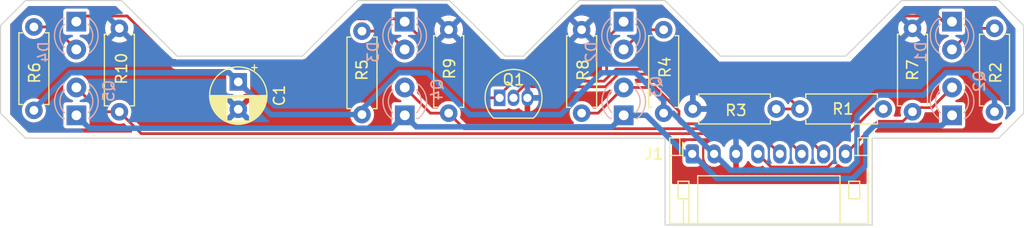
<source format=kicad_pcb>
(kicad_pcb (version 20211014) (generator pcbnew)
  (layers (0 "F.Cu" signal) (31 "B.Cu" signal) (34 "B.Paste" user) (35 "F.Paste" user) (36 "B.SilkS" user "B.Silkscreen") (37 "F.SilkS" user "F.Silkscreen") (38 "B.Mask" user) (39 "F.Mask" user) (44 "Edge.Cuts" user))
  (net 0 "")
  (net 1 "Net-(D1-Pad1)")
  (net 2 "Net-(Q1-Pad2)")
  (net 3 "GND")
  (net 4 "A3")
  (net 5 "A2")
  (net 6 "A1")
  (net 7 "A0")
  (net 8 "+BATT")
  (net 9 "Net-(D1-Pad2)")
  (net 10 "Net-(D2-Pad2)")
  (net 11 "Net-(D3-Pad2)")
  (net 12 "Net-(D4-Pad2)")
  (net 13 "D12")
  (net 14 "+3V3")
  (footprint "Resistor_THT:R_Axial_DIN0207_L6.3mm_D2.5mm_P7.62mm_Horizontal" (layer "F.Cu") (at 133.016177 74.26972 90)
    (fp_text reference "R2" (at 3.556 0.113 90) (layer "F.SilkS"))
    (fp_text value "27R" hide)
    (fp_line (start 7.08 -1.37) (end 7.08 -1.04) (layer "F.SilkS") (width 0.12))
    (fp_line (start 7.08 1.37) (end 7.08 1.04) (layer "F.SilkS") (width 0.12))
    (fp_line (start 0.54 -1.04) (end 0.54 -1.37) (layer "F.SilkS") (width 0.12))
    (fp_line (start 0.54 1.04) (end 0.54 1.37) (layer "F.SilkS") (width 0.12))
    (fp_line (start 0.54 1.37) (end 7.08 1.37) (layer "F.SilkS") (width 0.12))
    (fp_line (start 0.54 -1.37) (end 7.08 -1.37) (layer "F.SilkS") (width 0.12))
    (pad "1" thru_hole circle (at 0 0 90) (size 1.6 1.6) (drill 0.8) (layers *.Cu *.Mask) (net 8 "+BATT"))
    (pad "2" thru_hole oval (at 7.62 0 90) (size 1.6 1.6) (drill 0.8) (layers *.Cu *.Mask) (net 9 "Net-(D1-Pad2)"))
  )
  (footprint "Resistor_THT:R_Axial_DIN0207_L6.3mm_D2.5mm_P7.62mm_Horizontal" (layer "F.Cu") (at 125.523177 66.64972 -90)
    (fp_text reference "R7" (at 3.81 -0.014 90) (layer "F.SilkS"))
    (fp_text value "1.5k" hide)
    (fp_line (start 0.54 1.37) (end 7.08 1.37) (layer "F.SilkS") (width 0.12))
    (fp_line (start 0.54 -1.04) (end 0.54 -1.37) (layer "F.SilkS") (width 0.12))
    (fp_line (start 7.08 1.37) (end 7.08 1.04) (layer "F.SilkS") (width 0.12))
    (fp_line (start 7.08 -1.37) (end 7.08 -1.04) (layer "F.SilkS") (width 0.12))
    (fp_line (start 0.54 -1.37) (end 7.08 -1.37) (layer "F.SilkS") (width 0.12))
    (fp_line (start 0.54 1.04) (end 0.54 1.37) (layer "F.SilkS") (width 0.12))
    (pad "1" thru_hole circle (at 0 0 270) (size 1.6 1.6) (drill 0.8) (layers *.Cu *.Mask) (net 3 "GND"))
    (pad "2" thru_hole oval (at 7.62 0 270) (size 1.6 1.6) (drill 0.8) (layers *.Cu *.Mask) (net 4 "A3"))
  )
  (footprint "Resistor_THT:R_Axial_DIN0207_L6.3mm_D2.5mm_P7.62mm_Horizontal" (layer "F.Cu") (at 95.297177 66.77672 -90)
    (fp_text reference "R8" (at 3.683 -0.127 90) (layer "F.SilkS"))
    (fp_text value "1.5k" hide)
    (fp_line (start 0.54 -1.37) (end 7.08 -1.37) (layer "F.SilkS") (width 0.12))
    (fp_line (start 0.54 1.04) (end 0.54 1.37) (layer "F.SilkS") (width 0.12))
    (fp_line (start 7.08 -1.37) (end 7.08 -1.04) (layer "F.SilkS") (width 0.12))
    (fp_line (start 7.08 1.37) (end 7.08 1.04) (layer "F.SilkS") (width 0.12))
    (fp_line (start 0.54 1.37) (end 7.08 1.37) (layer "F.SilkS") (width 0.12))
    (fp_line (start 0.54 -1.04) (end 0.54 -1.37) (layer "F.SilkS") (width 0.12))
    (pad "1" thru_hole circle (at 0 0 270) (size 1.6 1.6) (drill 0.8) (layers *.Cu *.Mask) (net 3 "GND"))
    (pad "2" thru_hole oval (at 7.62 0 270) (size 1.6 1.6) (drill 0.8) (layers *.Cu *.Mask) (net 5 "A2"))
  )
  (footprint "Package_TO_SOT_THT:TO-92_Inline" (layer "F.Cu") (at 87.804177 72.99972)
    (fp_text reference "Q1" (at 1.27 -1.651) (layer "F.SilkS"))
    (fp_text value "BC337")
    (fp_line (start -0.53 1.85) (end 3.07 1.85) (layer "F.SilkS") (width 0.12))
    (fp_arc (start -0.568478 1.838478) (mid -1.132087 -0.994977) (end 1.27 -2.6) (layer "F.SilkS") (width 0.12))
    (fp_arc (start 1.27 -2.6) (mid 3.672087 -0.994977) (end 3.108478 1.838478) (layer "F.SilkS") (width 0.12))
    (pad "1" thru_hole rect (at 0 0) (size 1.05 1.5) (drill 0.75) (layers *.Cu *.Mask) (net 1 "Net-(D1-Pad1)"))
    (pad "2" thru_hole oval (at 1.27 0) (size 1.05 1.5) (drill 0.75) (layers *.Cu *.Mask) (net 2 "Net-(Q1-Pad2)"))
    (pad "3" thru_hole oval (at 2.54 0) (size 1.05 1.5) (drill 0.75) (layers *.Cu *.Mask) (net 3 "GND"))
  )
  (footprint "Resistor_THT:R_Axial_DIN0207_L6.3mm_D2.5mm_P7.62mm_Horizontal" (layer "F.Cu") (at 113.077177 74.01572 180)
    (fp_text reference "R3" (at 3.683 -0.127) (layer "F.SilkS"))
    (fp_text value "10k" hide)
    (fp_line (start 0.54 1.04) (end 0.54 1.37) (layer "F.SilkS") (width 0.12))
    (fp_line (start 0.54 1.37) (end 7.08 1.37) (layer "F.SilkS") (width 0.12))
    (fp_line (start 0.54 -1.37) (end 7.08 -1.37) (layer "F.SilkS") (width 0.12))
    (fp_line (start 7.08 1.37) (end 7.08 1.04) (layer "F.SilkS") (width 0.12))
    (fp_line (start 0.54 -1.04) (end 0.54 -1.37) (layer "F.SilkS") (width 0.12))
    (fp_line (start 7.08 -1.37) (end 7.08 -1.04) (layer "F.SilkS") (width 0.12))
    (pad "1" thru_hole circle (at 0 0 180) (size 1.6 1.6) (drill 0.8) (layers *.Cu *.Mask) (net 2 "Net-(Q1-Pad2)"))
    (pad "2" thru_hole oval (at 7.62 0 180) (size 1.6 1.6) (drill 0.8) (layers *.Cu *.Mask) (net 3 "GND"))
  )
  (footprint "Resistor_THT:R_Axial_DIN0207_L6.3mm_D2.5mm_P7.62mm_Horizontal" (layer "F.Cu") (at 122.856177 74.01572 180)
    (fp_text reference "R1" (at 3.683 0) (layer "F.SilkS"))
    (fp_text value "270R" hide)
    (fp_line (start 0.54 1.04) (end 0.54 1.37) (layer "F.SilkS") (width 0.12))
    (fp_line (start 7.08 1.37) (end 7.08 1.04) (layer "F.SilkS") (width 0.12))
    (fp_line (start 0.54 -1.04) (end 0.54 -1.37) (layer "F.SilkS") (width 0.12))
    (fp_line (start 0.54 1.37) (end 7.08 1.37) (layer "F.SilkS") (width 0.12))
    (fp_line (start 0.54 -1.37) (end 7.08 -1.37) (layer "F.SilkS") (width 0.12))
    (fp_line (start 7.08 -1.37) (end 7.08 -1.04) (layer "F.SilkS") (width 0.12))
    (pad "1" thru_hole circle (at 0 0 180) (size 1.6 1.6) (drill 0.8) (layers *.Cu *.Mask) (net 13 "D12"))
    (pad "2" thru_hole oval (at 7.62 0 180) (size 1.6 1.6) (drill 0.8) (layers *.Cu *.Mask) (net 2 "Net-(Q1-Pad2)"))
  )
  (footprint "Resistor_THT:R_Axial_DIN0207_L6.3mm_D2.5mm_P7.62mm_Horizontal" (layer "F.Cu") (at 83.152177 66.77672 -90)
    (fp_text reference "R9" (at 3.556 -0.08 90) (layer "F.SilkS"))
    (fp_text value "1.5k" hide)
    (fp_line (start 7.08 -1.37) (end 7.08 -1.04) (layer "F.SilkS") (width 0.12))
    (fp_line (start 7.08 1.37) (end 7.08 1.04) (layer "F.SilkS") (width 0.12))
    (fp_line (start 0.54 1.37) (end 7.08 1.37) (layer "F.SilkS") (width 0.12))
    (fp_line (start 0.54 1.04) (end 0.54 1.37) (layer "F.SilkS") (width 0.12))
    (fp_line (start 0.54 -1.04) (end 0.54 -1.37) (layer "F.SilkS") (width 0.12))
    (fp_line (start 0.54 -1.37) (end 7.08 -1.37) (layer "F.SilkS") (width 0.12))
    (pad "1" thru_hole circle (at 0 0 270) (size 1.6 1.6) (drill 0.8) (layers *.Cu *.Mask) (net 3 "GND"))
    (pad "2" thru_hole oval (at 7.62 0 270) (size 1.6 1.6) (drill 0.8) (layers *.Cu *.Mask) (net 6 "A1"))
  )
  (footprint "Connector_JST:JST_PH_S8B-PH-K_1x08_P2.00mm_Horizontal" (layer "F.Cu") (at 105.400177 78.11972)
    (fp_text reference "J1" (at -3.5 0) (layer "F.SilkS"))
    (fp_text value "Conn_01x08_Male" hide)
    (fp_line (start -0.3 4.1) (end -0.3 6.36) (layer "F.SilkS") (width 0.12))
    (fp_line (start 14.3 4.1) (end 14.3 2.5) (layer "F.SilkS") (width 0.12))
    (fp_line (start 16.06 6.36) (end 16.06 -1.46) (layer "F.SilkS") (width 0.12))
    (fp_line (start -0.3 2.5) (end -1.3 2.5) (layer "F.SilkS") (width 0.12))
    (fp_line (start 13.5 2) (end 13.5 6.36) (layer "F.SilkS") (width 0.12))
    (fp_line (start -1.14 0.14) (end -1.14 -1.46) (layer "F.SilkS") (width 0.12))
    (fp_line (start -2.06 6.36) (end 16.06 6.36) (layer "F.SilkS") (width 0.12))
    (fp_line (start -2.06 -1.46) (end -2.06 6.36) (layer "F.SilkS") (width 0.12))
    (fp_line (start -0.8 4.1) (end -0.8 6.36) (layer "F.SilkS") (width 0.12))
    (fp_line (start 14.3 2.5) (end 15.3 2.5) (layer "F.SilkS") (width 0.12))
    (fp_line (start 15.3 4.1) (end 14.3 4.1) (layer "F.SilkS") (width 0.12))
    (fp_line (start 16.06 0.14) (end 15.14 0.14) (layer "F.SilkS") (width 0.12))
    (fp_line (start 15.14 -1.46) (end 15.14 0.14) (layer "F.SilkS") (width 0.12))
    (fp_line (start -0.3 4.1) (end -0.3 2.5) (layer "F.SilkS") (width 0.12))
    (fp_line (start -0.86 0.14) (end -0.86 -1.075) (layer "F.SilkS") (width 0.12))
    (fp_line (start -1.3 4.1) (end -0.3 4.1) (layer "F.SilkS") (width 0.12))
    (fp_line (start -1.14 -1.46) (end -2.06 -1.46) (layer "F.SilkS") (width 0.12))
    (fp_line (start 16.06 -1.46) (end 15.14 -1.46) (layer "F.SilkS") (width 0.12))
    (fp_line (start -0.86 0.14) (end -1.14 0.14) (layer "F.SilkS") (width 0.12))
    (fp_line (start 15.14 0.14) (end 14.86 0.14) (layer "F.SilkS") (width 0.12))
    (fp_line (start -2.06 0.14) (end -1.14 0.14) (layer "F.SilkS") (width 0.12))
    (fp_line (start 0.5 2) (end 13.5 2) (layer "F.SilkS") (width 0.12))
    (fp_line (start 15.3 2.5) (end 15.3 4.1) (layer "F.SilkS") (width 0.12))
    (fp_line (start -1.3 2.5) (end -1.3 4.1) (layer "F.SilkS") (width 0.12))
    (fp_line (start 0.5 6.36) (end 0.5 2) (layer "F.SilkS") (width 0.12))
    (pad "1" thru_hole roundrect (at 0 0) (size 1.2 1.75) (drill 0.75) (layers *.Cu *.Mask) (roundrect_rratio 0.2083333333) (net 14 "+3V3"))
    (pad "2" thru_hole oval (at 2 0) (size 1.2 1.75) (drill 0.75) (layers *.Cu *.Mask) (net 8 "+BATT"))
    (pad "3" thru_hole oval (at 4 0) (size 1.2 1.75) (drill 0.75) (layers *.Cu *.Mask) (net 3 "GND"))
    (pad "4" thru_hole oval (at 6 0) (size 1.2 1.75) (drill 0.75) (layers *.Cu *.Mask) (net 13 "D12"))
    (pad "5" thru_hole oval (at 8 0) (size 1.2 1.75) (drill 0.75) (layers *.Cu *.Mask) (net 7 "A0"))
    (pad "6" thru_hole oval (at 10 0) (size 1.2 1.75) (drill 0.75) (layers *.Cu *.Mask) (net 6 "A1"))
    (pad "7" thru_hole oval (at 12 0) (size 1.2 1.75) (drill 0.75) (layers *.Cu *.Mask) (net 5 "A2"))
    (pad "8" thru_hole oval (at 14 0) (size 1.2 1.75) (drill 0.75) (layers *.Cu *.Mask) (net 4 "A3"))
  )
  (footprint "Resistor_THT:R_Axial_DIN0207_L6.3mm_D2.5mm_P7.62mm_Horizontal" (layer "F.Cu") (at 75.231177 74.52372 90)
    (fp_text reference "R5" (at 4.064 0 90) (layer "F.SilkS"))
    (fp_text value "27R" hide)
    (fp_line (start 0.54 1.37) (end 7.08 1.37) (layer "F.SilkS") (width 0.12))
    (fp_line (start 0.54 -1.37) (end 7.08 -1.37) (layer "F.SilkS") (width 0.12))
    (fp_line (start 7.08 1.37) (end 7.08 1.04) (layer "F.SilkS") (width 0.12))
    (fp_line (start 7.08 -1.37) (end 7.08 -1.04) (layer "F.SilkS") (width 0.12))
    (fp_line (start 0.54 -1.04) (end 0.54 -1.37) (layer "F.SilkS") (width 0.12))
    (fp_line (start 0.54 1.04) (end 0.54 1.37) (layer "F.SilkS") (width 0.12))
    (pad "1" thru_hole circle (at 0 0 90) (size 1.6 1.6) (drill 0.8) (layers *.Cu *.Mask) (net 8 "+BATT"))
    (pad "2" thru_hole oval (at 7.62 0 90) (size 1.6 1.6) (drill 0.8) (layers *.Cu *.Mask) (net 11 "Net-(D3-Pad2)"))
  )
  (footprint "Resistor_THT:R_Axial_DIN0207_L6.3mm_D2.5mm_P7.62mm_Horizontal" (layer "F.Cu") (at 53.067177 66.64972 -90)
    (fp_text reference "R10" (at 3.683 -0.193 90) (layer "F.SilkS"))
    (fp_text value "1.5k" hide)
    (fp_line (start 7.08 1.37) (end 7.08 1.04) (layer "F.SilkS") (width 0.12))
    (fp_line (start 0.54 -1.04) (end 0.54 -1.37) (layer "F.SilkS") (width 0.12))
    (fp_line (start 0.54 -1.37) (end 7.08 -1.37) (layer "F.SilkS") (width 0.12))
    (fp_line (start 0.54 1.37) (end 7.08 1.37) (layer "F.SilkS") (width 0.12))
    (fp_line (start 7.08 -1.37) (end 7.08 -1.04) (layer "F.SilkS") (width 0.12))
    (fp_line (start 0.54 1.04) (end 0.54 1.37) (layer "F.SilkS") (width 0.12))
    (pad "1" thru_hole circle (at 0 0 270) (size 1.6 1.6) (drill 0.8) (layers *.Cu *.Mask) (net 3 "GND"))
    (pad "2" thru_hole oval (at 7.62 0 270) (size 1.6 1.6) (drill 0.8) (layers *.Cu *.Mask) (net 7 "A0"))
  )
  (footprint "Capacitor_THT:CP_Radial_D5.0mm_P2.50mm" (layer "F.Cu") (at 63.928177 71.540608 -90)
    (fp_text reference "C1" (at 1.25 -3.75 90) (layer "F.SilkS"))
    (fp_text value "100uF")
    (fp_line (start -1.554775 -1.475) (end -1.054775 -1.475) (layer "F.SilkS") (width 0.12))
    (fp_line (start 3.011 -1.901) (end 3.011 -1.04) (layer "F.SilkS") (width 0.12))
    (fp_line (start 2.091 -2.442) (end 2.091 -1.04) (layer "F.SilkS") (width 0.12))
    (fp_line (start 3.291 -1.605) (end 3.291 -1.04) (layer "F.SilkS") (width 0.12))
    (fp_line (start 3.491 -1.319) (end 3.491 -1.04) (layer "F.SilkS") (width 0.12))
    (fp_line (start 2.571 1.04) (end 2.571 2.224) (layer "F.SilkS") (width 0.12))
    (fp_line (start 2.451 -2.29) (end 2.451 -1.04) (layer "F.SilkS") (width 0.12))
    (fp_line (start 3.771 -0.677) (end 3.771 0.677) (layer "F.SilkS") (width 0.12))
    (fp_line (start 2.611 -2.2) (end 2.611 -1.04) (layer "F.SilkS") (width 0.12))
    (fp_line (start 2.051 1.04) (end 2.051 2.455) (layer "F.SilkS") (width 0.12))
    (fp_line (start 1.73 1.04) (end 1.73 2.536) (layer "F.SilkS") (width 0.12))
    (fp_line (start 3.211 1.04) (end 3.211 1.699) (layer "F.SilkS") (width 0.12))
    (fp_line (start 3.331 -1.554) (end 3.331 -1.04) (layer "F.SilkS") (width 0.12))
    (fp_line (start 2.931 1.04) (end 2.931 1.971) (layer "F.SilkS") (width 0.12))
    (fp_line (start 1.85 1.04) (end 1.85 2.511) (layer "F.SilkS") (width 0.12))
    (fp_line (start 3.251 1.04) (end 3.251 1.653) (layer "F.SilkS") (width 0.12))
    (fp_line (start -1.304775 -1.725) (end -1.304775 -1.225) (layer "F.SilkS") (width 0.12))
    (fp_line (start 2.811 -2.065) (end 2.811 -1.04) (layer "F.SilkS") (width 0.12))
    (fp_line (start 1.49 -2.569) (end 1.49 -1.04) (layer "F.SilkS") (width 0.12))
    (fp_line (start 2.931 -1.971) (end 2.931 -1.04) (layer "F.SilkS") (width 0.12))
    (fp_line (start 2.171 -2.414) (end 2.171 -1.04) (layer "F.SilkS") (width 0.12))
    (fp_line (start 2.851 -2.035) (end 2.851 -1.04) (layer "F.SilkS") (width 0.12))
    (fp_line (start 3.251 -1.653) (end 3.251 -1.04) (layer "F.SilkS") (width 0.12))
    (fp_line (start 2.691 1.04) (end 2.691 2.149) (layer "F.SilkS") (width 0.12))
    (fp_line (start 3.851 -0.284) (end 3.851 0.284) (layer "F.SilkS") (width 0.12))
    (fp_line (start 2.251 -2.382) (end 2.251 -1.04) (layer "F.SilkS") (width 0.12))
    (fp_line (start 3.091 1.04) (end 3.091 1.826) (layer "F.SilkS") (width 0.12))
    (fp_line (start 1.971 -2.48) (end 1.971 -1.04) (layer "F.SilkS") (width 0.12))
    (fp_line (start 3.051 1.04) (end 3.051 1.864) (layer "F.SilkS") (width 0.12))
    (fp_line (start 3.531 1.04) (end 3.531 1.251) (layer "F.SilkS") (width 0.12))
    (fp_line (start 1.93 1.04) (end 1.93 2.491) (layer "F.SilkS") (width 0.12))
    (fp_line (start 3.571 -1.178) (end 3.571 1.178) (layer "F.SilkS") (width 0.12))
    (fp_line (start 2.531 -2.247) (end 2.531 -1.04) (layer "F.SilkS") (width 0.12))
    (fp_line (start 2.451 1.04) (end 2.451 2.29) (layer "F.SilkS") (width 0.12))
    (fp_line (start 2.331 -2.348) (end 2.331 -1.04) (layer "F.SilkS") (width 0.12))
    (fp_line (start 1.61 1.04) (end 1.61 2.556) (layer "F.SilkS") (width 0.12))
    (fp_line (start 3.291 1.04) (end 3.291 1.605) (layer "F.SilkS") (width 0.12))
    (fp_line (start 2.891 1.04) (end 2.891 2.004) (layer "F.SilkS") (width 0.12))
    (fp_line (start 2.891 -2.004) (end 2.891 -1.04) (layer "F.SilkS") (width 0.12))
    (fp_line (start 3.171 -1.743) (end 3.171 -1.04) (layer "F.SilkS") (width 0.12))
    (fp_line (start 3.411 1.04) (end 3.411 1.443) (layer "F.SilkS") (width 0.12))
    (fp_line (start 2.331 1.04) (end 2.331 2.348) (layer "F.SilkS") (width 0.12))
    (fp_line (start 1.53 -2.565) (end 1.53 -1.04) (layer "F.SilkS") (width 0.12))
    (fp_line (start 1.49 1.04) (end 1.49 2.569) (layer "F.SilkS") (width 0.12))
    (fp_line (start 2.251 1.04) (end 2.251 2.382) (layer "F.SilkS") (width 0.12))
    (fp_line (start 1.53 1.04) (end 1.53 2.565) (layer "F.SilkS") (width 0.12))
    (fp_line (start 2.091 1.04) (end 2.091 2.442) (layer "F.SilkS") (width 0.12))
    (fp_line (start 1.25 -2.58) (end 1.25 2.58) (layer "F.SilkS") (width 0.12))
    (fp_line (start 2.171 1.04) (end 2.171 2.414) (layer "F.SilkS") (width 0.12))
    (fp_line (start 2.131 -2.428) (end 2.131 -1.04) (layer "F.SilkS") (width 0.12))
    (fp_line (start 2.651 1.04) (end 2.651 2.175) (layer "F.SilkS") (width 0.12))
    (fp_line (start 3.651 -1.011) (end 3.651 1.011) (layer "F.SilkS") (width 0.12))
    (fp_line (start 3.131 -1.785) (end 3.131 -1.04) (layer "F.SilkS") (width 0.12))
    (fp_line (start 3.171 1.04) (end 3.171 1.743) (layer "F.SilkS") (width 0.12))
    (fp_line (start 2.691 -2.149) (end 2.691 -1.04) (layer "F.SilkS") (width 0.12))
    (fp_line (start 2.531 1.04) (end 2.531 2.247) (layer "F.SilkS") (width 0.12))
    (fp_line (start 1.81 1.04) (end 1.81 2.52) (layer "F.SilkS") (width 0.12))
    (fp_line (start 3.371 1.04) (end 3.371 1.5) (layer "F.SilkS") (width 0.12))
    (fp_line (start 2.771 -2.095) (end 2.771 -1.04) (layer "F.SilkS") (width 0.12))
    (fp_line (start 3.131 1.04) (end 3.131 1.785) (layer "F.SilkS") (width 0.12))
    (fp_line (start 3.811 -0.518) (end 3.811 0.518) (layer "F.SilkS") (width 0.12))
    (fp_line (start 2.371 -2.329) (end 2.371 -1.04) (layer "F.SilkS") (width 0.12))
    (fp_line (start 2.411 -2.31) (end 2.411 -1.04) (layer "F.SilkS") (width 0.12))
    (fp_line (start 3.451 1.04) (end 3.451 1.383) (layer "F.SilkS") (width 0.12))
    (fp_line (start 1.89 -2.501) (end 1.89 -1.04) (layer "F.SilkS") (width 0.12))
    (fp_line (start 1.65 -2.55) (end 1.65 -1.04) (layer "F.SilkS") (width 0.12))
    (fp_line (start 3.731 -0.805) (end 3.731 0.805) (layer "F.SilkS") (width 0.12))
    (fp_line (start 2.291 1.04) (end 2.291 2.365) (layer "F.SilkS") (width 0.12))
    (fp_line (start 2.611 1.04) (end 2.611 2.2) (layer "F.SilkS") (width 0.12))
    (fp_line (start 3.331 1.04) (end 3.331 1.554) (layer "F.SilkS") (width 0.12))
    (fp_line (start 3.211 -1.699) (end 3.211 -1.04) (layer "F.SilkS") (width 0.12))
    (fp_line (start 1.77 1.04) (end 1.77 2.528) (layer "F.SilkS") (width 0.12))
    (fp_line (start 1.81 -2.52) (end 1.81 -1.04) (layer "F.SilkS") (width 0.12))
    (fp_line (start 2.011 -2.468) (end 2.011 -1.04) (layer "F.SilkS") (width 0.12))
    (fp_line (start 2.371 1.04) (end 2.371 2.329) (layer "F.SilkS") (width 0.12))
    (fp_line (start 2.291 -2.365) (end 2.291 -1.04) (layer "F.SilkS") (width 0.12))
    (fp_line (start 3.371 -1.5) (end 3.371 -1.04) (layer "F.SilkS") (width 0.12))
    (fp_line (start 1.57 -2.561) (end 1.57 -1.04) (layer "F.SilkS") (width 0.12))
    (fp_line (start 2.411 1.04) (end 2.411 2.31) (layer "F.SilkS") (width 0.12))
    (fp_line (start 2.491 1.04) (end 2.491 2.268) (layer "F.SilkS") (width 0.12))
    (fp_line (start 3.611 -1.098) (end 3.611 1.098) (layer "F.SilkS") (width 0.12))
    (fp_line (start 2.131 1.04) (end 2.131 2.428) (layer "F.SilkS") (width 0.12))
    (fp_line (start 1.971 1.04) (end 1.971 2.48) (layer "F.SilkS") (width 0.12))
    (fp_line (start 3.491 1.04) (end 3.491 1.319) (layer "F.SilkS") (width 0.12))
    (fp_line (start 1.93 -2.491) (end 1.93 -1.04) (layer "F.SilkS") (width 0.12))
    (fp_line (start 3.451 -1.383) (end 3.451 -1.04) (layer "F.SilkS") (width 0.12))
    (fp_line (start 1.45 -2.573) (end 1.45 2.573) (layer "F.SilkS") (width 0.12))
    (fp_line (start 2.971 -1.937) (end 2.971 -1.04) (layer "F.SilkS") (width 0.12))
    (fp_line (start 3.411 -1.443) (end 3.411 -1.04) (layer "F.SilkS") (width 0.12))
    (fp_line (start 2.731 -2.122) (end 2.731 -1.04) (layer "F.SilkS") (width 0.12))
    (fp_line (start 3.691 -0.915) (end 3.691 0.915) (layer "F.SilkS") (width 0.12))
    (fp_line (start 2.771 1.04) (end 2.771 2.095) (layer "F.SilkS") (width 0.12))
    (fp_line (start 1.37 -2.578) (end 1.37 2.578) (layer "F.SilkS") (width 0.12))
    (fp_line (start 2.971 1.04) (end 2.971 1.937) (layer "F.SilkS") (width 0.12))
    (fp_line (start 2.651 -2.175) (end 2.651 -1.04) (layer "F.SilkS") (width 0.12))
    (fp_line (start 2.571 -2.224) (end 2.571 -1.04) (layer "F.SilkS") (width 0.12))
    (fp_line (start 2.811 1.04) (end 2.811 2.065) (layer "F.SilkS") (width 0.12))
    (fp_line (start 2.211 -2.398) (end 2.211 -1.04) (layer "F.SilkS") (width 0.12))
    (fp_line (start 1.29 -2.58) (end 1.29 2.58) (layer "F.SilkS") (width 0.12))
    (fp_line (start 1.61 -2.556) (end 1.61 -1.04) (layer "F.SilkS") (width 0.12))
    (fp_line (start 2.011 1.04) (end 2.011 2.468) (layer "F.SilkS") (width 0.12))
    (fp_line (start 2.731 1.04) (end 2.731 2.122) (layer "F.SilkS") (width 0.12))
    (fp_line (start 2.211 1.04) (end 2.211 2.398) (layer "F.SilkS") (width 0.12))
    (fp_line (start 3.051 -1.864) (end 3.051 -1.04) (layer "F.SilkS") (width 0.12))
    (fp_line (start 3.531 -1.251) (end 3.531 -1.04) (layer "F.SilkS") (width 0.12))
    (fp_line (start 1.69 1.04) (end 1.69 2.543) (layer "F.SilkS") (width 0.12))
    (fp_line (start 1.65 1.04) (end 1.65 2.55) (layer "F.SilkS") (width 0.12))
    (fp_line (start 1.41 -2.576) (end 1.41 2.576) (layer "F.SilkS") (width 0.12))
    (fp_line (start 3.011 1.04) (end 3.011 1.901) (layer "F.SilkS") (width 0.12))
    (fp_line (start 1.77 -2.528) (end 1.77 -1.04) (layer "F.SilkS") (width 0.12))
    (fp_line (start 2.491 -2.268) (end 2.491 -1.04) (layer "F.SilkS") (width 0.12))
    (fp_line (start 1.89 1.04) (end 1.89 2.501) (layer "F.SilkS") (width 0.12))
    (fp_line (start 1.85 -2.511) (end 1.85 -1.04) (layer "F.SilkS") (width 0.12))
    (fp_line (start 1.33 -2.579) (end 1.33 2.579) (layer "F.SilkS") (width 0.12))
    (fp_line (start 1.57 1.04) (end 1.57 2.561) (layer "F.SilkS") (width 0.12))
    (fp_line (start 2.851 1.04) (end 2.851 2.035) (layer "F.SilkS") (width 0.12))
    (fp_line (start 2.051 -2.455) (end 2.051 -1.04) (layer "F.SilkS") (width 0.12))
    (fp_line (start 1.73 -2.536) (end 1.73 -1.04) (layer "F.SilkS") (width 0.12))
    (fp_line (start 1.69 -2.543) (end 1.69 -1.04) (layer "F.SilkS") (width 0.12))
    (fp_line (start 3.091 -1.826) (end 3.091 -1.04) (layer "F.SilkS") (width 0.12))
    (fp_circle (center 1.25 0) (end 3.87 0) (layer "F.SilkS") (width 0.12) (fill none))
    (pad "1" thru_hole rect (at 0 0 270) (size 1.6 1.6) (drill 0.8) (layers *.Cu *.Mask) (net 8 "+BATT"))
    (pad "2" thru_hole circle (at 2.5 0 270) (size 1.6 1.6) (drill 0.8) (layers *.Cu *.Mask) (net 3 "GND"))
  )
  (footprint "Resistor_THT:R_Axial_DIN0207_L6.3mm_D2.5mm_P7.62mm_Horizontal" (layer "F.Cu") (at 45.259177 74.14272 90)
    (fp_text reference "R6" (at 3.429 0.061 90) (layer "F.SilkS"))
    (fp_text value "27R" hide)
    (fp_line (start 0.54 1.37) (end 7.08 1.37) (layer "F.SilkS") (width 0.12))
    (fp_line (start 7.08 1.37) (end 7.08 1.04) (layer "F.SilkS") (width 0.12))
    (fp_line (start 7.08 -1.37) (end 7.08 -1.04) (layer "F.SilkS") (width 0.12))
    (fp_line (start 0.54 1.04) (end 0.54 1.37) (layer "F.SilkS") (width 0.12))
    (fp_line (start 0.54 -1.04) (end 0.54 -1.37) (layer "F.SilkS") (width 0.12))
    (fp_line (start 0.54 -1.37) (end 7.08 -1.37) (layer "F.SilkS") (width 0.12))
    (pad "1" thru_hole circle (at 0 0 90) (size 1.6 1.6) (drill 0.8) (layers *.Cu *.Mask) (net 8 "+BATT"))
    (pad "2" thru_hole oval (at 7.62 0 90) (size 1.6 1.6) (drill 0.8) (layers *.Cu *.Mask) (net 12 "Net-(D4-Pad2)"))
  )
  (footprint "Resistor_THT:R_Axial_DIN0207_L6.3mm_D2.5mm_P7.62mm_Horizontal" (layer "F.Cu") (at 102.790177 74.39672 90)
    (fp_text reference "R4" (at 4.191 0.127 90) (layer "F.SilkS"))
    (fp_text value "27R" hide)
    (fp_line (start 0.54 1.37) (end 7.08 1.37) (layer "F.SilkS") (width 0.12))
    (fp_line (start 7.08 -1.37) (end 7.08 -1.04) (layer "F.SilkS") (width 0.12))
    (fp_line (start 0.54 1.04) (end 0.54 1.37) (layer "F.SilkS") (width 0.12))
    (fp_line (start 7.08 1.37) (end 7.08 1.04) (layer "F.SilkS") (width 0.12))
    (fp_line (start 0.54 -1.37) (end 7.08 -1.37) (layer "F.SilkS") (width 0.12))
    (fp_line (start 0.54 -1.04) (end 0.54 -1.37) (layer "F.SilkS") (width 0.12))
    (pad "1" thru_hole circle (at 0 0 90) (size 1.6 1.6) (drill 0.8) (layers *.Cu *.Mask) (net 8 "+BATT"))
    (pad "2" thru_hole oval (at 7.62 0 90) (size 1.6 1.6) (drill 0.8) (layers *.Cu *.Mask) (net 10 "Net-(D2-Pad2)"))
  )
  (footprint "LED_THT:LED_D3.0mm_Clear" (layer "B.Cu") (at 129.139999 74.59287 90)
    (fp_text reference "Q2" (at 3.11715 2.479178 90) (layer "B.SilkS") (effects (justify mirror)))
    (fp_text value "SFH309" hide)
    (fp_line (start -0.29 1.236) (end -0.29 1.08) (layer "B.SilkS") (width 0.12))
    (fp_line (start -0.29 -1.08) (end -0.29 -1.236) (layer "B.SilkS") (width 0.12))
    (fp_arc (start -0.29 -1.235516) (mid 1.366487 -1.987659) (end 2.942335 -1.078608) (layer "B.SilkS") (width 0.12))
    (fp_arc (start 0.229039 -1.08) (mid 1.270117 -1.5) (end 2.31113 -1.079837) (layer "B.SilkS") (width 0.12))
    (fp_arc (start 2.31113 1.079837) (mid 1.270117 1.5) (end 0.229039 1.08) (layer "B.SilkS") (width 0.12))
    (fp_arc (start 2.942335 1.078608) (mid 1.366487 1.987659) (end -0.29 1.235516) (layer "B.SilkS") (width 0.12))
    (pad "1" thru_hole rect (at 0 0 90) (size 1.8 1.8) (drill 0.9) (layers *.Cu *.Mask) (net 14 "+3V3"))
    (pad "2" thru_hole circle (at 2.54 0 90) (size 1.8 1.8) (drill 0.9) (layers *.Cu *.Mask) (net 4 "A3"))
  )
  (footprint "LED_THT:LED_D3.0mm_Clear" (layer "B.Cu") (at 99.130176 66.04 -90)
    (fp_text reference "D2" (at 2.76872 2.943999 90) (layer "B.SilkS") (effects (justify mirror)))
    (fp_text value "LED")
    (fp_line (start -0.29 -1.08) (end -0.29 -1.236) (layer "B.SilkS") (width 0.12))
    (fp_line (start -0.29 1.236) (end -0.29 1.08) (layer "B.SilkS") (width 0.12))
    (fp_arc (start 2.942335 1.078608) (mid 1.366487 1.987659) (end -0.29 1.235516) (layer "B.SilkS") (width 0.12))
    (fp_arc (start 0.229039 -1.08) (mid 1.270117 -1.5) (end 2.31113 -1.079837) (layer "B.SilkS") (width 0.12))
    (fp_arc (start 2.31113 1.079837) (mid 1.270117 1.5) (end 0.229039 1.08) (layer "B.SilkS") (width 0.12))
    (fp_arc (start -0.29 -1.235516) (mid 1.366487 -1.987659) (end 2.942335 -1.078608) (layer "B.SilkS") (width 0.12))
    (pad "1" thru_hole rect (at 0 0 270) (size 1.8 1.8) (drill 0.9) (layers *.Cu *.Mask) (net 1 "Net-(D1-Pad1)"))
    (pad "2" thru_hole circle (at 2.54 0 270) (size 1.8 1.8) (drill 0.9) (layers *.Cu *.Mask) (net 10 "Net-(D2-Pad2)"))
  )
  (footprint "LED_THT:LED_D3.0mm_Clear" (layer "B.Cu") (at 49.130176 66.04 -90)
    (fp_text reference "D4" (at 2.76872 2.96 90) (layer "B.SilkS") (effects (justify mirror)))
    (fp_text value "LED")
    (fp_line (start -0.29 1.236) (end -0.29 1.08) (layer "B.SilkS") (width 0.12))
    (fp_line (start -0.29 -1.08) (end -0.29 -1.236) (layer "B.SilkS") (width 0.12))
    (fp_arc (start 2.31113 1.079837) (mid 1.270117 1.5) (end 0.229039 1.08) (layer "B.SilkS") (width 0.12))
    (fp_arc (start 0.229039 -1.08) (mid 1.270117 -1.5) (end 2.31113 -1.079837) (layer "B.SilkS") (width 0.12))
    (fp_arc (start 2.942335 1.078608) (mid 1.366487 1.987659) (end -0.29 1.235516) (layer "B.SilkS") (width 0.12))
    (fp_arc (start -0.29 -1.235516) (mid 1.366487 -1.987659) (end 2.942335 -1.078608) (layer "B.SilkS") (width 0.12))
    (pad "1" thru_hole rect (at 0 0 270) (size 1.8 1.8) (drill 0.9) (layers *.Cu *.Mask) (net 1 "Net-(D1-Pad1)"))
    (pad "2" thru_hole circle (at 2.54 0 270) (size 1.8 1.8) (drill 0.9) (layers *.Cu *.Mask) (net 12 "Net-(D4-Pad2)"))
  )
  (footprint "LED_THT:LED_D3.0mm_Clear" (layer "B.Cu") (at 79.139999 74.59287 90)
    (fp_text reference "Q4" (at 2.35515 2.949178 90) (layer "B.SilkS") (effects (justify mirror)))
    (fp_text value "SFH309" hide)
    (fp_line (start -0.29 -1.08) (end -0.29 -1.236) (layer "B.SilkS") (width 0.12))
    (fp_line (start -0.29 1.236) (end -0.29 1.08) (layer "B.SilkS") (width 0.12))
    (fp_arc (start -0.29 -1.235516) (mid 1.366487 -1.987659) (end 2.942335 -1.078608) (layer "B.SilkS") (width 0.12))
    (fp_arc (start 0.229039 -1.08) (mid 1.270117 -1.5) (end 2.31113 -1.079837) (layer "B.SilkS") (width 0.12))
    (fp_arc (start 2.942335 1.078608) (mid 1.366487 1.987659) (end -0.29 1.235516) (layer "B.SilkS") (width 0.12))
    (fp_arc (start 2.31113 1.079837) (mid 1.270117 1.5) (end 0.229039 1.08) (layer "B.SilkS") (width 0.12))
    (pad "1" thru_hole rect (at 0 0 90) (size 1.8 1.8) (drill 0.9) (layers *.Cu *.Mask) (net 14 "+3V3"))
    (pad "2" thru_hole circle (at 2.54 0 90) (size 1.8 1.8) (drill 0.9) (layers *.Cu *.Mask) (net 6 "A1"))
  )
  (footprint "LED_THT:LED_D3.0mm_Clear" (layer "B.Cu") (at 129.130176 66.04 -90)
    (fp_text reference "D1" (at 2.76872 2.844999 90) (layer "B.SilkS") (effects (justify mirror)))
    (fp_text value "LED")
    (fp_line (start -0.29 -1.08) (end -0.29 -1.236) (layer "B.SilkS") (width 0.12))
    (fp_line (start -0.29 1.236) (end -0.29 1.08) (layer "B.SilkS") (width 0.12))
    (fp_arc (start 2.31113 1.079837) (mid 1.270117 1.5) (end 0.229039 1.08) (layer "B.SilkS") (width 0.12))
    (fp_arc (start 0.229039 -1.08) (mid 1.270117 -1.5) (end 2.31113 -1.079837) (layer "B.SilkS") (width 0.12))
    (fp_arc (start 2.942335 1.078608) (mid 1.366487 1.987659) (end -0.29 1.235516) (layer "B.SilkS") (width 0.12))
    (fp_arc (start -0.29 -1.235516) (mid 1.366487 -1.987659) (end 2.942335 -1.078608) (layer "B.SilkS") (width 0.12))
    (pad "1" thru_hole rect (at 0 0 270) (size 1.8 1.8) (drill 0.9) (layers *.Cu *.Mask) (net 1 "Net-(D1-Pad1)"))
    (pad "2" thru_hole circle (at 2.54 0 270) (size 1.8 1.8) (drill 0.9) (layers *.Cu *.Mask) (net 9 "Net-(D1-Pad2)"))
  )
  (footprint "LED_THT:LED_D3.0mm_Clear" (layer "B.Cu") (at 99.139999 74.59287 90)
    (fp_text reference "Q3" (at 2.60915 2.96 90) (layer "B.SilkS") (effects (justify mirror)))
    (fp_text value "SFH309" hide)
    (fp_line (start -0.29 -1.08) (end -0.29 -1.236) (layer "B.SilkS") (width 0.12))
    (fp_line (start -0.29 1.236) (end -0.29 1.08) (layer "B.SilkS") (width 0.12))
    (fp_arc (start 0.229039 -1.08) (mid 1.270117 -1.5) (end 2.31113 -1.079837) (layer "B.SilkS") (width 0.12))
    (fp_arc (start 2.942335 1.078608) (mid 1.366487 1.987659) (end -0.29 1.235516) (layer "B.SilkS") (width 0.12))
    (fp_arc (start -0.29 -1.235516) (mid 1.366487 -1.987659) (end 2.942335 -1.078608) (layer "B.SilkS") (width 0.12))
    (fp_arc (start 2.31113 1.079837) (mid 1.270117 1.5) (end 0.229039 1.08) (layer "B.SilkS") (width 0.12))
    (pad "1" thru_hole rect (at 0 0 90) (size 1.8 1.8) (drill 0.9) (layers *.Cu *.Mask) (net 14 "+3V3"))
    (pad "2" thru_hole circle (at 2.54 0 90) (size 1.8 1.8) (drill 0.9) (layers *.Cu *.Mask) (net 5 "A2"))
  )
  (footprint "LED_THT:LED_D3.0mm_Clear" (layer "B.Cu") (at 79.130176 66.04 -90)
    (fp_text reference "D3" (at 2.76872 2.882999 90) (layer "B.SilkS") (effects (justify mirror)))
    (fp_text value "LED")
    (fp_line (start -0.29 1.236) (end -0.29 1.08) (layer "B.SilkS") (width 0.12))
    (fp_line (start -0.29 -1.08) (end -0.29 -1.236) (layer "B.SilkS") (width 0.12))
    (fp_arc (start 2.31113 1.079837) (mid 1.270117 1.5) (end 0.229039 1.08) (layer "B.SilkS") (width 0.12))
    (fp_arc (start -0.29 -1.235516) (mid 1.366487 -1.987659) (end 2.942335 -1.078608) (layer "B.SilkS") (width 0.12))
    (fp_arc (start 0.229039 -1.08) (mid 1.270117 -1.5) (end 2.31113 -1.079837) (layer "B.SilkS") (width 0.12))
    (fp_arc (start 2.942335 1.078608) (mid 1.366487 1.987659) (end -0.29 1.235516) (layer "B.SilkS") (width 0.12))
    (pad "1" thru_hole rect (at 0 0 270) (size 1.8 1.8) (drill 0.9) (layers *.Cu *.Mask) (net 1 "Net-(D1-Pad1)"))
    (pad "2" thru_hole circle (at 2.54 0 270) (size 1.8 1.8) (drill 0.9) (layers *.Cu *.Mask) (net 11 "Net-(D3-Pad2)"))
  )
  (footprint "LED_THT:LED_D3.0mm_Clear" (layer "B.Cu") (at 49.139999 74.59287 90)
    (fp_text reference "Q5" (at 2.22815 2.96 90) (layer "B.SilkS") (effects (justify mirror)))
    (fp_text value "SFH309" hide)
    (fp_line (start -0.29 1.236) (end -0.29 1.08) (layer "B.SilkS") (width 0.12))
    (fp_line (start -0.29 -1.08) (end -0.29 -1.236) (layer "B.SilkS") (width 0.12))
    (fp_arc (start 2.942335 1.078608) (mid 1.366487 1.987659) (end -0.29 1.235516) (layer "B.SilkS") (width 0.12))
    (fp_arc (start -0.29 -1.235516) (mid 1.366487 -1.987659) (end 2.942335 -1.078608) (layer "B.SilkS") (width 0.12))
    (fp_arc (start 2.31113 1.079837) (mid 1.270117 1.5) (end 0.229039 1.08) (layer "B.SilkS") (width 0.12))
    (fp_arc (start 0.229039 -1.08) (mid 1.270117 -1.5) (end 2.31113 -1.079837) (layer "B.SilkS") (width 0.12))
    (pad "1" thru_hole rect (at 0 0 90) (size 1.8 1.8) (drill 0.9) (layers *.Cu *.Mask) (net 14 "+3V3"))
    (pad "2" thru_hole circle (at 2.54 0 90) (size 1.8 1.8) (drill 0.9) (layers *.Cu *.Mask) (net 7 "A0"))
  )
  (gr_line (start 133.397177 64.10972) (end 124.507177 64.10972) (layer "Edge.Cuts") (width 0.1))
  (gr_line (start 42.211177 66.39572) (end 42.211177 74.39672) (layer "Edge.Cuts") (width 0.1))
  (gr_line (start 44.497177 64.10972) (end 42.211177 66.39572) (layer "Edge.Cuts") (width 0.1))
  (gr_line (start 69.770177 69.18972) (end 74.850177 64.10972) (layer "Edge.Cuts") (width 0.1))
  (gr_line (start 135.683177 66.39572) (end 133.397177 64.10972) (layer "Edge.Cuts") (width 0.1))
  (gr_line (start 44.497177 64.10972) (end 53.260177 64.10972) (layer "Edge.Cuts") (width 0.1))
  (gr_line (start 44.497177 76.68272) (end 102.917177 76.68272) (layer "Edge.Cuts") (width 0.1))
  (gr_line (start 58.340177 69.18972) (end 69.770177 69.18972) (layer "Edge.Cuts") (width 0.1))
  (gr_line (start 121.840177 84.61972) (end 102.917177 84.61972) (layer "Edge.Cuts") (width 0.1))
  (gr_line (start 53.260177 64.10972) (end 58.340177 69.18972) (layer "Edge.Cuts") (width 0.1))
  (gr_line (start 88.312177 69.18972) (end 89.963177 69.18972) (layer "Edge.Cuts") (width 0.1))
  (gr_line (start 121.840177 76.68272) (end 121.840177 84.61972) (layer "Edge.Cuts") (width 0.1))
  (gr_line (start 135.683177 74.39672) (end 135.683177 66.39572) (layer "Edge.Cuts") (width 0.1))
  (gr_line (start 83.232177 64.10972) (end 88.312177 69.18972) (layer "Edge.Cuts") (width 0.1))
  (gr_line (start 133.397177 76.68272) (end 121.840177 76.68272) (layer "Edge.Cuts") (width 0.1))
  (gr_line (start 89.963177 69.18972) (end 95.043177 64.10972) (layer "Edge.Cuts") (width 0.1))
  (gr_line (start 119.427177 69.18972) (end 124.507177 64.10972) (layer "Edge.Cuts") (width 0.1))
  (gr_line (start 102.917177 64.10972) (end 107.997177 69.18972) (layer "Edge.Cuts") (width 0.1))
  (gr_line (start 102.917177 76.68272) (end 102.917177 84.61972) (layer "Edge.Cuts") (width 0.1))
  (gr_line (start 42.211177 74.39672) (end 44.497177 76.68272) (layer "Edge.Cuts") (width 0.1))
  (gr_line (start 133.397177 76.68272) (end 135.683177 74.39672) (layer "Edge.Cuts") (width 0.1))
  (gr_line (start 95.043177 64.10972) (end 102.917177 64.10972) (layer "Edge.Cuts") (width 0.1))
  (gr_line (start 107.997177 69.18972) (end 119.427177 69.18972) (layer "Edge.Cuts") (width 0.1))
  (gr_line (start 74.850177 64.10972) (end 83.232177 64.10972) (layer "Edge.Cuts") (width 0.1))
  (segment (start 97.964177 70.84072) (end 97.329217 71.47568) (width 0.25) (layer "F.Cu") (net 1))
  (segment (start 58.213177 69.95172) (end 53.786666 65.525209) (width 0.25) (layer "F.Cu") (net 1))
  (segment (start 89.074217 71.47568) (end 88.312177 72.23772) (width 0.25) (layer "F.Cu") (net 1))
  (segment (start 97.837177 70.84072) (end 97.583177 70.58672) (width 0.25) (layer "F.Cu") (net 1))
  (segment (start 79.130176 66.04) (end 78.869385 65.779209) (width 0.25) (layer "F.Cu") (net 1))
  (segment (start 74.196688 65.779209) (end 70.024177 69.95172) (width 0.25) (layer "F.Cu") (net 1))
  (segment (start 124.742688 65.525209) (end 120.463386 69.804511) (width 0.25) (layer "F.Cu") (net 1))
  (segment (start 78.869385 65.779209) (end 74.196688 65.779209) (width 0.25) (layer "F.Cu") (net 1))
  (segment (start 97.329217 71.47568) (end 89.074217 71.47568) (width 0.25) (layer "F.Cu") (net 1))
  (segment (start 49.644967 65.525209) (end 49.130176 66.04) (width 0.25) (layer "F.Cu") (net 1))
  (segment (start 98.446591 70.378839) (end 97.98471 70.84072) (width 0.25) (layer "F.Cu") (net 1))
  (segment (start 70.024177 69.95172) (end 58.213177 69.95172) (width 0.25) (layer "F.Cu") (net 1))
  (segment (start 97.98471 70.84072) (end 97.837177 70.84072) (width 0.25) (layer "F.Cu") (net 1))
  (segment (start 53.786666 65.525209) (end 49.644967 65.525209) (width 0.25) (layer "F.Cu") (net 1))
  (segment (start 129.130176 66.04) (end 128.342457 66.04) (width 0.25) (layer "F.Cu") (net 1))
  (segment (start 128.342457 66.04) (end 127.827666 65.525209) (width 0.25) (layer "F.Cu") (net 1))
  (segment (start 127.827666 65.525209) (end 124.742688 65.525209) (width 0.25) (layer "F.Cu") (net 1))
  (segment (start 119.889058 70.378839) (end 98.446591 70.378839) (width 0.25) (layer "F.Cu") (net 1))
  (segment (start 86.089896 72.99972) (end 79.130176 66.04) (width 0.25) (layer "F.Cu") (net 1))
  (segment (start 99.130176 66.04) (end 97.583177 67.586999) (width 0.25) (layer "F.Cu") (net 1))
  (segment (start 120.443177 69.82472) (end 119.889058 70.378839) (width 0.25) (layer "F.Cu") (net 1))
  (segment (start 87.804177 72.99972) (end 86.089896 72.99972) (width 0.25) (layer "F.Cu") (net 1))
  (segment (start 97.583177 67.586999) (end 97.583177 70.58672) (width 0.25) (layer "F.Cu") (net 1))
  (segment (start 98.632789 70.828359) (end 112.048816 70.828359) (width 0.25) (layer "F.Cu") (net 2))
  (segment (start 90.754579 71.98372) (end 97.477428 71.98372) (width 0.25) (layer "F.Cu") (net 2))
  (segment (start 112.950177 74.01572) (end 115.236177 74.01572) (width 0.25) (layer "F.Cu") (net 2))
  (segment (start 89.992295 71.9252) (end 90.696059 71.9252) (width 0.25) (layer "F.Cu") (net 2))
  (segment (start 89.074177 72.99972) (end 89.074177 72.843318) (width 0.25) (layer "F.Cu") (net 2))
  (segment (start 90.696059 71.9252) (end 90.754579 71.98372) (width 0.25) (layer "F.Cu") (net 2))
  (segment (start 112.048816 70.828359) (end 115.236177 74.01572) (width 0.25) (layer "F.Cu") (net 2))
  (segment (start 97.477428 71.98372) (end 98.632789 70.828359) (width 0.25) (layer "F.Cu") (net 2))
  (segment (start 89.074177 72.843318) (end 89.992295 71.9252) (width 0.25) (layer "F.Cu") (net 2))
  (segment (start 122.379666 75.140231) (end 124.652666 75.140231) (width 0.25) (layer "F.Cu") (net 4))
  (segment (start 127.304149 73.88872) (end 129.139999 72.05287) (width 0.25) (layer "F.Cu") (net 4))
  (segment (start 125.509177 73.88872) (end 127.304149 73.88872) (width 0.25) (layer "F.Cu") (net 4))
  (segment (start 119.400177 78.11972) (end 122.379666 75.140231) (width 0.25) (layer "F.Cu") (net 4))
  (segment (start 124.652666 75.140231) (end 125.523177 74.26972) (width 0.25) (layer "F.Cu") (net 4))
  (segment (start 104.187177 75.15872) (end 104.187177 74.20342) (width 0.25) (layer "F.Cu") (net 5))
  (segment (start 95.297177 74.39672) (end 96.796149 74.39672) (width 0.25) (layer "F.Cu") (net 5))
  (segment (start 96.796149 74.39672) (end 99.139999 72.05287) (width 0.25) (layer "F.Cu") (net 5))
  (segment (start 102.036627 72.05287) (end 99.139999 72.05287) (width 0.25) (layer "F.Cu") (net 5))
  (segment (start 104.396318 75.367861) (end 104.187177 75.15872) (width 0.25) (layer "F.Cu") (net 5))
  (segment (start 114.648318 75.367861) (end 104.396318 75.367861) (width 0.25) (layer "F.Cu") (net 5))
  (segment (start 104.187177 74.20342) (end 102.036627 72.05287) (width 0.25) (layer "F.Cu") (net 5))
  (segment (start 117.400177 78.11972) (end 114.648318 75.367861) (width 0.25) (layer "F.Cu") (net 5))
  (segment (start 113.097838 75.817381) (end 84.572838 75.817381) (width 0.25) (layer "F.Cu") (net 6))
  (segment (start 84.572838 75.817381) (end 83.152177 74.39672) (width 0.25) (layer "F.Cu") (net 6))
  (segment (start 83.152177 74.39672) (end 81.483849 74.39672) (width 0.25) (layer "F.Cu") (net 6))
  (segment (start 81.483849 74.39672) (end 79.139999 72.05287) (width 0.25) (layer "F.Cu") (net 6))
  (segment (start 115.400177 78.11972) (end 113.097838 75.817381) (width 0.25) (layer "F.Cu") (net 6))
  (segment (start 55.064358 76.266901) (end 53.067177 74.26972) (width 0.25) (layer "F.Cu") (net 7))
  (segment (start 53.067177 74.26972) (end 51.356849 74.26972) (width 0.25) (layer "F.Cu") (net 7))
  (segment (start 51.356849 74.26972) (end 49.139999 72.05287) (width 0.25) (layer "F.Cu") (net 7))
  (segment (start 113.400177 78.11972) (end 111.547358 76.266901) (width 0.25) (layer "F.Cu") (net 7))
  (segment (start 111.547358 76.266901) (end 55.064358 76.266901) (width 0.25) (layer "F.Cu") (net 7))
  (segment (start 107.400177 78.11972) (end 107.364447 78.11972) (width 0.5) (layer "B.Cu") (net 8))
  (segment (start 85.046253 74.52372) (end 81.225892 70.703359) (width 0.5) (layer "B.Cu") (net 8))
  (segment (start 63.928177 71.540608) (end 63.090928 70.703359) (width 0.5) (layer "B.Cu") (net 8))
  (segment (start 128.581012 70.703359) (end 130.592816 70.703359) (width 0.5) (layer "B.Cu") (net 8))
  (segment (start 66.911289 74.52372) (end 63.928177 71.540608) (width 0.5) (layer "B.Cu") (net 8))
  (segment (start 78.581012 70.703359) (end 75.231177 74.053194) (width 0.5) (layer "B.Cu") (net 8))
  (segment (start 119.675422 79.60372) (end 120.449697 78.829445) (width 0.5) (layer "B.Cu") (net 8))
  (segment (start 120.449697 74.655124) (end 122.359101 72.74572) (width 0.5) (layer "B.Cu") (net 8))
  (segment (start 94.779612 73.147209) (end 93.403101 74.52372) (width 0.5) (layer "B.Cu") (net 8))
  (segment (start 107.400177 78.11972) (end 108.884177 79.60372) (width 0.5) (layer "B.Cu") (net 8))
  (segment (start 103.641447 74.39672) (end 102.790177 74.39672) (width 0.5) (layer "B.Cu") (net 8))
  (segment (start 63.090928 70.703359) (end 48.581012 70.703359) (width 0.5) (layer "B.Cu") (net 8))
  (segment (start 108.884177 79.60372) (end 119.675422 79.60372) (width 0.5) (layer "B.Cu") (net 8))
  (segment (start 102.790177 74.39672) (end 102.790177 73.26535) (width 0.5) (layer "B.Cu") (net 8))
  (segment (start 93.403101 74.52372) (end 85.046253 74.52372) (width 0.5) (layer "B.Cu") (net 8))
  (segment (start 94.779612 73.009285) (end 94.779612 73.147209) (width 0.5) (layer "B.Cu") (net 8))
  (segment (start 75.231177 74.053194) (end 75.231177 74.52372) (width 0.5) (layer "B.Cu") (net 8))
  (segment (start 75.231177 74.52372) (end 66.911289 74.52372) (width 0.5) (layer "B.Cu") (net 8))
  (segment (start 126.538651 72.74572) (end 128.581012 70.703359) (width 0.5) (layer "B.Cu") (net 8))
  (segment (start 107.364447 78.11972) (end 103.641447 74.39672) (width 0.5) (layer "B.Cu") (net 8))
  (segment (start 100.228186 70.703359) (end 97.085538 70.703359) (width 0.5) (layer "B.Cu") (net 8))
  (segment (start 120.449697 78.829445) (end 120.449697 74.655124) (width 0.5) (layer "B.Cu") (net 8))
  (segment (start 102.790177 73.26535) (end 100.228186 70.703359) (width 0.5) (layer "B.Cu") (net 8))
  (segment (start 81.225892 70.703359) (end 78.581012 70.703359) (width 0.5) (layer "B.Cu") (net 8))
  (segment (start 97.085538 70.703359) (end 94.779612 73.009285) (width 0.5) (layer "B.Cu") (net 8))
  (segment (start 45.259177 74.025194) (end 45.259177 74.14272) (width 0.5) (layer "B.Cu") (net 8))
  (segment (start 130.592816 70.703359) (end 133.016177 73.12672) (width 0.5) (layer "B.Cu") (net 8))
  (segment (start 133.016177 73.12672) (end 133.016177 74.26972) (width 0.5) (layer "B.Cu") (net 8))
  (segment (start 122.359101 72.74572) (end 126.538651 72.74572) (width 0.5) (layer "B.Cu") (net 8))
  (segment (start 48.581012 70.703359) (end 45.259177 74.025194) (width 0.5) (layer "B.Cu") (net 8))
  (segment (start 133.016177 66.64972) (end 131.060456 66.64972) (width 0.25) (layer "F.Cu") (net 9))
  (segment (start 131.060456 66.64972) (end 129.130176 68.58) (width 0.25) (layer "F.Cu") (net 9))
  (segment (start 100.933456 66.77672) (end 99.130176 68.58) (width 0.25) (layer "F.Cu") (net 10))
  (segment (start 102.790177 66.77672) (end 100.933456 66.77672) (width 0.25) (layer "F.Cu") (net 10))
  (segment (start 75.231177 66.90372) (end 77.453896 66.90372) (width 0.25) (layer "F.Cu") (net 11))
  (segment (start 77.453896 66.90372) (end 79.130176 68.58) (width 0.25) (layer "F.Cu") (net 11))
  (segment (start 45.259177 66.52272) (end 47.072896 66.52272) (width 0.25) (layer "F.Cu") (net 12))
  (segment (start 47.072896 66.52272) (end 49.130176 68.58) (width 0.25) (layer "F.Cu") (net 12))
  (segment (start 118.411177 78.691188) (end 118.411177 77.526252) (width 0.25) (layer "F.Cu") (net 13))
  (segment (start 111.400177 78.11972) (end 112.599697 79.31924) (width 0.25) (layer "F.Cu") (net 13))
  (segment (start 117.783125 79.31924) (end 118.411177 78.691188) (width 0.25) (layer "F.Cu") (net 13))
  (segment (start 118.411177 77.526252) (end 121.921709 74.01572) (width 0.25) (layer "F.Cu") (net 13))
  (segment (start 121.921709 74.01572) (end 122.856177 74.01572) (width 0.25) (layer "F.Cu") (net 13))
  (segment (start 112.599697 79.31924) (end 117.783125 79.31924) (width 0.25) (layer "F.Cu") (net 13))
  (segment (start 77.959638 75.773231) (end 50.32036 75.773231) (width 0.5) (layer "B.Cu") (net 14))
  (segment (start 107.646177 80.36572) (end 120.062177 80.36572) (width 0.5) (layer "B.Cu") (net 14))
  (segment (start 120.062177 80.36572) (end 121.268677 79.15922) (width 0.5) (layer "B.Cu") (net 14))
  (segment (start 122.051166 75.519231) (end 128.213638 75.519231) (width 0.5) (layer "B.Cu") (net 14))
  (segment (start 98.086638 75.646231) (end 80.19336 75.646231) (width 0.5) (layer "B.Cu") (net 14))
  (segment (start 50.32036 75.773231) (end 49.139999 74.59287) (width 0.5) (layer "B.Cu") (net 14))
  (segment (start 79.139999 74.59287) (end 77.959638 75.773231) (width 0.5) (layer "B.Cu") (net 14))
  (segment (start 121.268677 79.15922) (end 121.268677 76.30172) (width 0.5) (layer "B.Cu") (net 14))
  (segment (start 104.735177 78.11972) (end 101.208327 74.59287) (width 0.5) (layer "B.Cu") (net 14))
  (segment (start 105.400177 78.11972) (end 107.646177 80.36572) (width 0.5) (layer "B.Cu") (net 14))
  (segment (start 128.213638 75.519231) (end 129.139999 74.59287) (width 0.5) (layer "B.Cu") (net 14))
  (segment (start 105.400177 78.11972) (end 104.735177 78.11972) (width 0.5) (layer "B.Cu") (net 14))
  (segment (start 101.208327 74.59287) (end 99.139999 74.59287) (width 0.5) (layer "B.Cu") (net 14))
  (segment (start 80.19336 75.646231) (end 79.139999 74.59287) (width 0.5) (layer "B.Cu") (net 14))
  (segment (start 121.268677 76.30172) (end 122.051166 75.519231) (width 0.5) (layer "B.Cu") (net 14))
  (segment (start 99.139999 74.59287) (end 98.086638 75.646231) (width 0.5) (layer "B.Cu") (net 14))
  (zone (net 3) (net_name "GND") (layers F&B.Cu) (connect_pads (clearance 0.3)) (min_thickness 0.2) (fill yes (thermal_gap 0.508) (thermal_bridge_width 0.508))
    (polygon (pts (xy 87.931177 69.44372) (xy 90.090177 69.44372) (xy 95.230464 64.49072) (xy 102.663177 64.49072) (xy 107.870177 69.69772) (xy 119.808177 69.69772) (xy 124.761177 64.61772) (xy 133.143177 64.61772) (xy 134.921177 66.64972) (xy 134.921177 74.14272) (xy 132.889177 76.17472) (xy 121.332177 76.17472) (xy 121.332177 80.87372) (xy 103.552177 80.87372) (xy 103.552177 76.17472) (xy 44.751177 76.17472) (xy 43.100177 74.52372) (xy 43.100177 69.82472) (xy 43.100177 66.26872) (xy 44.751177 64.61772) (xy 52.738448 64.61772) (xy 57.959177 69.44372) (xy 70.024177 69.44372) (xy 75.358177 64.36372) (xy 82.978177 64.36372)))
  )
)
</source>
